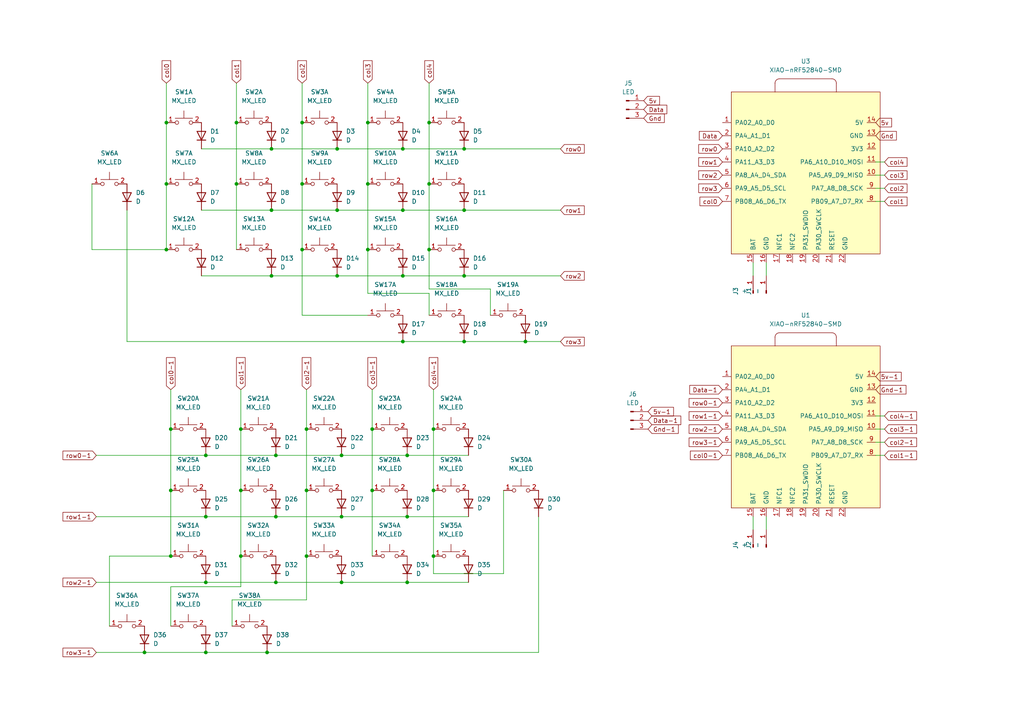
<source format=kicad_sch>
(kicad_sch (version 20250114) (generator "eeschema") (generator_version "9.0")
  (paper "A4")
  (lib_symbols
    (symbol "Connector:Conn_01x01_Pin" (pin_names (offset 1.016) (hide yes))
      (property "Reference" "J" (at 0 2.54 0))
      (property "Value" "Conn_01x01_Pin" (at 0 -2.54 0))
      (symbol "Conn_01x01_Pin_1_1"
        (rectangle (start 0.8636 0.127) (end 0 -0.127) (stroke (width 0.1524)) (fill (type outline)))
        (polyline (pts (xy 1.27 0) (xy 0.8636 0)) (stroke (width 0.1524)))
        (pin passive line (at 5.08 0 180) (length 3.81) (name "Pin_1") (number "1"))
      )
    )
    (symbol "Connector:Conn_01x03_Pin" (pin_names (offset 1.016) (hide yes))
      (property "Reference" "J" (at 0 5.08 0))
      (property "Value" "Conn_01x03_Pin" (at 0 -5.08 0))
      (symbol "Conn_01x03_Pin_1_1"
        (rectangle (start 0.8636 2.667) (end 0 2.413) (stroke (width 0.1524)) (fill (type outline)))
        (rectangle (start 0.8636 0.127) (end 0 -0.127) (stroke (width 0.1524)) (fill (type outline)))
        (rectangle (start 0.8636 -2.413) (end 0 -2.667) (stroke (width 0.1524)) (fill (type outline)))
        (polyline (pts (xy 1.27 2.54) (xy 0.8636 2.54)) (stroke (width 0.1524)))
        (polyline (pts (xy 1.27 0) (xy 0.8636 0)) (stroke (width 0.1524)))
        (polyline (pts (xy 1.27 -2.54) (xy 0.8636 -2.54)) (stroke (width 0.1524)))
        (pin passive line (at 5.08 2.54 180) (length 3.81) (name "Pin_1") (number "1"))
        (pin passive line (at 5.08 0 180) (length 3.81) (name "Pin_2") (number "2"))
        (pin passive line (at 5.08 -2.54 180) (length 3.81) (name "Pin_3") (number "3"))
      )
    )
    (symbol "Device:D" (pin_numbers (hide yes)) (pin_names (offset 1.016) (hide yes))
      (property "Reference" "D" (at 0 2.54 0))
      (property "Value" "D" (at 0 -2.54 0))
      (symbol "D_0_1"
        (polyline (pts (xy -1.27 1.27) (xy -1.27 -1.27)) (stroke (width 0.254)))
        (polyline (pts (xy 1.27 1.27) (xy 1.27 -1.27) (xy -1.27 0) (xy 1.27 1.27)) (stroke (width 0.254)))
        (polyline (pts (xy 1.27 0) (xy -1.27 0)))
      )
      (symbol "D_1_1"
        (pin passive line (at -3.81 0 0) (length 2.54) (name "K") (number "1"))
        (pin passive line (at 3.81 0 180) (length 2.54) (name "A") (number "2"))
      )
    )
    (symbol "MCU_SEEED_XIAO_Series:XIAO-nRF52840-SMD" (pin_names (offset 1.016))
      (property "Reference" "U" (at -22.098 21.336 0))
      (property "Value" "XIAO-nRF52840-SMD" (at -11.176 -35.052 0))
      (symbol "XIAO-nRF52840-SMD_1_1"
        (rectangle (start -21.59 20.32) (end 21.59 -26.67) (fill (type background)))
        (polyline (pts (xy -8.89 22.86) (xy -8.89 20.32)))
        (polyline (pts (xy -7.62 24.13) (xy 7.62 24.13)))
        (arc (start -8.89 22.86) (mid -8.518 23.758) (end -7.62 24.13))
        (arc (start 7.62 24.13) (mid 7.62 24.13) (end 7.62 24.13))
        (arc (start 7.62 24.13) (mid 8.518 23.758) (end 8.89 22.86))
        (polyline (pts (xy 8.89 22.86) (xy 8.89 20.32)))
        (arc (start 8.89 22.86) (mid 8.89 22.86) (end 8.89 22.86))
        (pin passive line (at -24.13 11.43 0) (length 2.54) (name "PA02_A0_D0") (number "1"))
        (pin passive line (at -24.13 7.62 0) (length 2.54) (name "PA4_A1_D1") (number "2"))
        (pin passive line (at -24.13 3.81 0) (length 2.54) (name "PA10_A2_D2") (number "3"))
        (pin passive line (at -24.13 0 0) (length 2.54) (name "PA11_A3_D3") (number "4"))
        (pin passive line (at -24.13 -3.81 0) (length 2.54) (name "PA8_A4_D4_SDA") (number "5"))
        (pin passive line (at -24.13 -7.62 0) (length 2.54) (name "PA9_A5_D5_SCL") (number "6"))
        (pin passive line (at -24.13 -11.43 0) (length 2.54) (name "PB08_A6_D6_TX") (number "7"))
        (pin passive line (at -15.24 -29.21 90) (length 2.54) (name "BAT") (number "15"))
        (pin passive line (at -11.43 -29.21 90) (length 2.54) (name "GND") (number "16"))
        (pin passive line (at -7.62 -29.21 90) (length 2.54) (name "NFC1") (number "17"))
        (pin passive line (at -3.81 -29.21 90) (length 2.54) (name "NFC2") (number "18"))
        (pin passive line (at 0 -29.21 90) (length 2.54) (name "PA31_SWDIO") (number "19"))
        (pin passive line (at 3.81 -29.21 90) (length 2.54) (name "PA30_SWCLK") (number "20"))
        (pin passive line (at 7.62 -29.21 90) (length 2.54) (name "RESET") (number "21"))
        (pin passive line (at 11.43 -29.21 90) (length 2.54) (name "GND") (number "22"))
        (pin passive line (at 20.32 11.43 180) (length 2.54) (name "5V") (number "14"))
        (pin passive line (at 20.32 7.62 180) (length 2.54) (name "GND") (number "13"))
        (pin passive line (at 20.32 3.81 180) (length 2.54) (name "3V3") (number "12"))
        (pin passive line (at 20.32 0 180) (length 2.54) (name "PA6_A10_D10_MOSI") (number "11"))
        (pin passive line (at 20.32 -3.81 180) (length 2.54) (name "PA5_A9_D9_MISO") (number "10"))
        (pin passive line (at 20.32 -7.62 180) (length 2.54) (name "PA7_A8_D8_SCK") (number "9"))
        (pin passive line (at 20.32 -11.43 180) (length 2.54) (name "PB09_A7_D7_RX") (number "8"))
      )
    )
    (symbol "keebio:MX_LED" (pin_names (offset 1.016) (hide yes))
      (property "Reference" "SW" (at 1.651 2.413 0))
      (property "Value" "MX_LED" (at 0 -3.81 0))
      (symbol "MX_LED_1_1"
        (polyline (pts (xy -2.54 1.27) (xy 2.54 1.27)))
        (circle (center -2.032 0) (radius 0.508))
        (polyline (pts (xy 0 1.27) (xy 0 3.429)))
        (circle (center 2.032 0) (radius 0.508))
        (pin passive line (at -5.08 0 0) (length 2.54) (name "1") (number "1"))
        (pin passive line (at 5.08 0 180) (length 2.54) (name "2") (number "2"))
      )
      (symbol "MX_LED_2_1"
        (polyline (pts (xy -1.27 -1.27) (xy -1.27 1.27) (xy 1.27 0) (xy -1.27 -1.27)) (stroke (width 0.2032)))
        (polyline (pts (xy 1.27 0) (xy -1.27 0)))
        (polyline (pts (xy 1.27 -1.27) (xy 1.27 1.27)) (stroke (width 0.2032)))
        (polyline (pts (xy 1.778 -0.762) (xy 3.302 -2.286) (xy 2.54 -2.286) (xy 3.302 -2.286) (xy 3.302 -1.524)))
        (polyline (pts (xy 3.048 -0.762) (xy 4.572 -2.286) (xy 3.81 -2.286) (xy 4.572 -2.286) (xy 4.572 -1.524)))
        (pin passive line (at -3.81 0 0) (length 2.54) (name "3") (number "3"))
        (pin passive line (at 3.81 0 180) (length 2.54) (name "4") (number "4"))
      )
    )
  )
  (junction (at 78.74 80.01))
  (junction (at 116.84 99.06))
  (junction (at 69.85 161.29))
  (junction (at 49.53 142.24))
  (junction (at 78.74 60.96))
  (junction (at 41.91 189.23))
  (junction (at 77.47 189.23))
  (junction (at 49.53 161.29))
  (junction (at 87.63 53.34))
  (junction (at 107.95 124.46))
  (junction (at 134.62 60.96))
  (junction (at 99.06 149.86))
  (junction (at 87.63 72.39))
  (junction (at 107.95 142.24))
  (junction (at 48.26 35.56))
  (junction (at 48.26 72.39))
  (junction (at 80.01 132.08))
  (junction (at 106.68 53.34))
  (junction (at 134.62 80.01))
  (junction (at 80.01 149.86))
  (junction (at 88.9 161.29))
  (junction (at 116.84 60.96))
  (junction (at 134.62 99.06))
  (junction (at 125.73 142.24))
  (junction (at 99.06 132.08))
  (junction (at 59.69 132.08))
  (junction (at 118.11 168.91))
  (junction (at 59.69 168.91))
  (junction (at 134.62 43.18))
  (junction (at 124.46 35.56))
  (junction (at 80.01 168.91))
  (junction (at 68.58 53.34))
  (junction (at 118.11 132.08))
  (junction (at 106.68 35.56))
  (junction (at 69.85 124.46))
  (junction (at 97.79 60.96))
  (junction (at 152.4 99.06))
  (junction (at 124.46 53.34))
  (junction (at 48.26 53.34))
  (junction (at 118.11 149.86))
  (junction (at 49.53 124.46))
  (junction (at 78.74 43.18))
  (junction (at 99.06 168.91))
  (junction (at 68.58 35.56))
  (junction (at 69.85 142.24))
  (junction (at 116.84 43.18))
  (junction (at 97.79 80.01))
  (junction (at 88.9 124.46))
  (junction (at 106.68 72.39))
  (junction (at 97.79 43.18))
  (junction (at 125.73 124.46))
  (junction (at 116.84 80.01))
  (junction (at 124.46 72.39))
  (junction (at 87.63 35.56))
  (junction (at 88.9 142.24))
  (junction (at 125.73 161.29))
  (junction (at 59.69 189.23))
  (junction (at 59.69 149.86))
  (wire (pts (xy 69.85 124.46) (xy 69.85 142.24)))
  (wire (pts (xy 78.74 80.01) (xy 97.79 80.01)))
  (wire (pts (xy 125.73 124.46) (xy 125.73 142.24)))
  (wire (pts (xy 67.31 173.99) (xy 88.9 173.99)))
  (wire (pts (xy 49.53 124.46) (xy 49.53 142.24)))
  (wire (pts (xy 97.79 80.01) (xy 116.84 80.01)))
  (wire (pts (xy 124.46 24.13) (xy 124.46 35.56)))
  (wire (pts (xy 58.42 60.96) (xy 78.74 60.96)))
  (wire (pts (xy 222.25 76.2) (xy 222.25 80.01)))
  (wire (pts (xy 124.46 53.34) (xy 124.46 72.39)))
  (wire (pts (xy 106.68 53.34) (xy 106.68 72.39)))
  (wire (pts (xy 106.68 35.56) (xy 106.68 53.34)))
  (wire (pts (xy 27.94 149.86) (xy 59.69 149.86)))
  (wire (pts (xy 106.68 24.13) (xy 106.68 35.56)))
  (wire (pts (xy 69.85 170.18) (xy 69.85 161.29)))
  (wire (pts (xy 68.58 35.56) (xy 68.58 53.34)))
  (wire (pts (xy 99.06 149.86) (xy 118.11 149.86)))
  (wire (pts (xy 107.95 142.24) (xy 107.95 161.29)))
  (wire (pts (xy 254 124.46) (xy 256.54 124.46)))
  (wire (pts (xy 80.01 168.91) (xy 99.06 168.91)))
  (wire (pts (xy 87.63 72.39) (xy 87.63 91.44)))
  (wire (pts (xy 27.94 189.23) (xy 41.91 189.23)))
  (wire (pts (xy 27.94 132.08) (xy 59.69 132.08)))
  (wire (pts (xy 49.53 170.18) (xy 69.85 170.18)))
  (wire (pts (xy 254 46.99) (xy 256.54 46.99)))
  (wire (pts (xy 124.46 85.09) (xy 124.46 91.44)))
  (wire (pts (xy 80.01 149.86) (xy 99.06 149.86)))
  (wire (pts (xy 116.84 60.96) (xy 134.62 60.96)))
  (wire (pts (xy 134.62 43.18) (xy 162.56 43.18)))
  (wire (pts (xy 134.62 99.06) (xy 152.4 99.06)))
  (wire (pts (xy 152.4 99.06) (xy 162.56 99.06)))
  (wire (pts (xy 222.25 149.86) (xy 222.25 153.67)))
  (wire (pts (xy 59.69 168.91) (xy 80.01 168.91)))
  (wire (pts (xy 49.53 142.24) (xy 49.53 161.29)))
  (wire (pts (xy 87.63 53.34) (xy 87.63 72.39)))
  (wire (pts (xy 254 132.08) (xy 256.54 132.08)))
  (wire (pts (xy 107.95 113.03) (xy 107.95 124.46)))
  (wire (pts (xy 26.67 72.39) (xy 48.26 72.39)))
  (wire (pts (xy 134.62 60.96) (xy 162.56 60.96)))
  (wire (pts (xy 69.85 142.24) (xy 69.85 161.29)))
  (wire (pts (xy 116.84 99.06) (xy 134.62 99.06)))
  (wire (pts (xy 78.74 60.96) (xy 97.79 60.96)))
  (wire (pts (xy 58.42 43.18) (xy 78.74 43.18)))
  (wire (pts (xy 78.74 43.18) (xy 97.79 43.18)))
  (wire (pts (xy 49.53 113.03) (xy 49.53 124.46)))
  (wire (pts (xy 124.46 83.82) (xy 142.24 83.82)))
  (wire (pts (xy 218.44 76.2) (xy 218.44 80.01)))
  (wire (pts (xy 36.83 60.96) (xy 36.83 99.06)))
  (wire (pts (xy 31.75 161.29) (xy 31.75 181.61)))
  (wire (pts (xy 118.11 132.08) (xy 135.89 132.08)))
  (wire (pts (xy 48.26 53.34) (xy 48.26 72.39)))
  (wire (pts (xy 41.91 189.23) (xy 59.69 189.23)))
  (wire (pts (xy 118.11 149.86) (xy 135.89 149.86)))
  (wire (pts (xy 125.73 161.29) (xy 125.73 166.37)))
  (wire (pts (xy 87.63 24.13) (xy 87.63 35.56)))
  (wire (pts (xy 58.42 80.01) (xy 78.74 80.01)))
  (wire (pts (xy 106.68 85.09) (xy 124.46 85.09)))
  (wire (pts (xy 48.26 35.56) (xy 48.26 53.34)))
  (wire (pts (xy 99.06 168.91) (xy 118.11 168.91)))
  (wire (pts (xy 118.11 168.91) (xy 135.89 168.91)))
  (wire (pts (xy 87.63 35.56) (xy 87.63 53.34)))
  (wire (pts (xy 125.73 113.03) (xy 125.73 124.46)))
  (wire (pts (xy 254 54.61) (xy 256.54 54.61)))
  (wire (pts (xy 142.24 83.82) (xy 142.24 91.44)))
  (wire (pts (xy 107.95 124.46) (xy 107.95 142.24)))
  (wire (pts (xy 80.01 132.08) (xy 99.06 132.08)))
  (wire (pts (xy 49.53 161.29) (xy 31.75 161.29)))
  (wire (pts (xy 99.06 132.08) (xy 118.11 132.08)))
  (wire (pts (xy 59.69 189.23) (xy 77.47 189.23)))
  (wire (pts (xy 156.21 189.23) (xy 77.47 189.23)))
  (wire (pts (xy 218.44 149.86) (xy 218.44 153.67)))
  (wire (pts (xy 106.68 72.39) (xy 106.68 85.09)))
  (wire (pts (xy 125.73 166.37) (xy 146.05 166.37)))
  (wire (pts (xy 69.85 113.03) (xy 69.85 124.46)))
  (wire (pts (xy 88.9 173.99) (xy 88.9 161.29)))
  (wire (pts (xy 67.31 181.61) (xy 67.31 173.99)))
  (wire (pts (xy 254 58.42) (xy 256.54 58.42)))
  (wire (pts (xy 134.62 80.01) (xy 162.56 80.01)))
  (wire (pts (xy 254 120.65) (xy 256.54 120.65)))
  (wire (pts (xy 124.46 35.56) (xy 124.46 53.34)))
  (wire (pts (xy 88.9 142.24) (xy 88.9 161.29)))
  (wire (pts (xy 124.46 72.39) (xy 124.46 83.82)))
  (wire (pts (xy 59.69 149.86) (xy 80.01 149.86)))
  (wire (pts (xy 49.53 181.61) (xy 49.53 170.18)))
  (wire (pts (xy 156.21 149.86) (xy 156.21 189.23)))
  (wire (pts (xy 125.73 142.24) (xy 125.73 161.29)))
  (wire (pts (xy 26.67 53.34) (xy 26.67 72.39)))
  (wire (pts (xy 88.9 113.03) (xy 88.9 124.46)))
  (wire (pts (xy 116.84 80.01) (xy 134.62 80.01)))
  (wire (pts (xy 97.79 60.96) (xy 116.84 60.96)))
  (wire (pts (xy 254 50.8) (xy 256.54 50.8)))
  (wire (pts (xy 254 128.27) (xy 256.54 128.27)))
  (wire (pts (xy 68.58 53.34) (xy 68.58 72.39)))
  (wire (pts (xy 87.63 91.44) (xy 106.68 91.44)))
  (wire (pts (xy 36.83 99.06) (xy 116.84 99.06)))
  (wire (pts (xy 48.26 24.13) (xy 48.26 35.56)))
  (wire (pts (xy 59.69 132.08) (xy 80.01 132.08)))
  (wire (pts (xy 88.9 124.46) (xy 88.9 142.24)))
  (wire (pts (xy 146.05 166.37) (xy 146.05 142.24)))
  (wire (pts (xy 27.94 168.91) (xy 59.69 168.91)))
  (wire (pts (xy 97.79 43.18) (xy 116.84 43.18)))
  (wire (pts (xy 68.58 24.13) (xy 68.58 35.56)))
  (wire (pts (xy 116.84 43.18) (xy 134.62 43.18)))
  (global_label "row3" (shape input) (at 162.56 99.06 0) (property "Intersheetrefs" "${INTERSHEET_REFS}" (effects (hide yes))))
  (global_label "col1-1" (shape input) (at 69.85 113.03 90) (property "Intersheetrefs" "${INTERSHEET_REFS}" (effects (hide yes))))
  (global_label "col1-1" (shape input) (at 256.54 132.08 0) (property "Intersheetrefs" "${INTERSHEET_REFS}" (effects (hide yes))))
  (global_label "col2-1" (shape input) (at 256.54 128.27 0) (property "Intersheetrefs" "${INTERSHEET_REFS}" (effects (hide yes))))
  (global_label "row3" (shape input) (at 209.55 54.61 180) (property "Intersheetrefs" "${INTERSHEET_REFS}" (effects (hide yes))))
  (global_label "col4-1" (shape input) (at 125.73 113.03 90) (property "Intersheetrefs" "${INTERSHEET_REFS}" (effects (hide yes))))
  (global_label "col4" (shape input) (at 124.46 24.13 90) (property "Intersheetrefs" "${INTERSHEET_REFS}" (effects (hide yes))))
  (global_label "row0-1" (shape input) (at 209.55 116.84 180) (property "Intersheetrefs" "${INTERSHEET_REFS}" (effects (hide yes))))
  (global_label "col0" (shape input) (at 209.55 58.42 180) (property "Intersheetrefs" "${INTERSHEET_REFS}" (effects (hide yes))))
  (global_label "Data" (shape input) (at 209.55 39.37 180) (property "Intersheetrefs" "${INTERSHEET_REFS}" (effects (hide yes))))
  (global_label "row3-1" (shape input) (at 27.94 189.23 180) (property "Intersheetrefs" "${INTERSHEET_REFS}" (effects (hide yes))))
  (global_label "col3" (shape input) (at 256.54 50.8 0) (property "Intersheetrefs" "${INTERSHEET_REFS}" (effects (hide yes))))
  (global_label "col3" (shape input) (at 106.68 24.13 90) (property "Intersheetrefs" "${INTERSHEET_REFS}" (effects (hide yes))))
  (global_label "5v" (shape input) (at 186.69 29.21 0) (property "Intersheetrefs" "${INTERSHEET_REFS}" (effects (hide yes))))
  (global_label "Data-1" (shape input) (at 209.55 113.03 180) (property "Intersheetrefs" "${INTERSHEET_REFS}" (effects (hide yes))))
  (global_label "col1" (shape input) (at 256.54 58.42 0) (property "Intersheetrefs" "${INTERSHEET_REFS}" (effects (hide yes))))
  (global_label "col0-1" (shape input) (at 49.53 113.03 90) (property "Intersheetrefs" "${INTERSHEET_REFS}" (effects (hide yes))))
  (global_label "row0" (shape input) (at 209.55 43.18 180) (property "Intersheetrefs" "${INTERSHEET_REFS}" (effects (hide yes))))
  (global_label "col2-1" (shape input) (at 88.9 113.03 90) (property "Intersheetrefs" "${INTERSHEET_REFS}" (effects (hide yes))))
  (global_label "col3-1" (shape input) (at 256.54 124.46 0) (property "Intersheetrefs" "${INTERSHEET_REFS}" (effects (hide yes))))
  (global_label "col1" (shape input) (at 68.58 24.13 90) (property "Intersheetrefs" "${INTERSHEET_REFS}" (effects (hide yes))))
  (global_label "col4" (shape input) (at 256.54 46.99 0) (property "Intersheetrefs" "${INTERSHEET_REFS}" (effects (hide yes))))
  (global_label "row0" (shape input) (at 162.56 43.18 0) (property "Intersheetrefs" "${INTERSHEET_REFS}" (effects (hide yes))))
  (global_label "row3-1" (shape input) (at 209.55 128.27 180) (property "Intersheetrefs" "${INTERSHEET_REFS}" (effects (hide yes))))
  (global_label "row1-1" (shape input) (at 27.94 149.86 180) (property "Intersheetrefs" "${INTERSHEET_REFS}" (effects (hide yes))))
  (global_label "row1" (shape input) (at 209.55 46.99 180) (property "Intersheetrefs" "${INTERSHEET_REFS}" (effects (hide yes))))
  (global_label "row2" (shape input) (at 162.56 80.01 0) (property "Intersheetrefs" "${INTERSHEET_REFS}" (effects (hide yes))))
  (global_label "5v-1" (shape input) (at 187.96 119.38 0) (property "Intersheetrefs" "${INTERSHEET_REFS}" (effects (hide yes))))
  (global_label "Gnd-1" (shape input) (at 254 113.03 0) (property "Intersheetrefs" "${INTERSHEET_REFS}" (effects (hide yes))))
  (global_label "Gnd-1" (shape input) (at 187.96 124.46 0) (property "Intersheetrefs" "${INTERSHEET_REFS}" (effects (hide yes))))
  (global_label "Gnd" (shape input) (at 186.69 34.29 0) (property "Intersheetrefs" "${INTERSHEET_REFS}" (effects (hide yes))))
  (global_label "row2-1" (shape input) (at 27.94 168.91 180) (property "Intersheetrefs" "${INTERSHEET_REFS}" (effects (hide yes))))
  (global_label "row0-1" (shape input) (at 27.94 132.08 180) (property "Intersheetrefs" "${INTERSHEET_REFS}" (effects (hide yes))))
  (global_label "row2-1" (shape input) (at 209.55 124.46 180) (property "Intersheetrefs" "${INTERSHEET_REFS}" (effects (hide yes))))
  (global_label "Gnd" (shape input) (at 254 39.37 0) (property "Intersheetrefs" "${INTERSHEET_REFS}" (effects (hide yes))))
  (global_label "5v-1" (shape input) (at 254 109.22 0) (property "Intersheetrefs" "${INTERSHEET_REFS}" (effects (hide yes))))
  (global_label "col0-1" (shape input) (at 209.55 132.08 180) (property "Intersheetrefs" "${INTERSHEET_REFS}" (effects (hide yes))))
  (global_label "col4-1" (shape input) (at 256.54 120.65 0) (property "Intersheetrefs" "${INTERSHEET_REFS}" (effects (hide yes))))
  (global_label "row2" (shape input) (at 209.55 50.8 180) (property "Intersheetrefs" "${INTERSHEET_REFS}" (effects (hide yes))))
  (global_label "5v" (shape input) (at 254 35.56 0) (property "Intersheetrefs" "${INTERSHEET_REFS}" (effects (hide yes))))
  (global_label "row1-1" (shape input) (at 209.55 120.65 180) (property "Intersheetrefs" "${INTERSHEET_REFS}" (effects (hide yes))))
  (global_label "col0" (shape input) (at 48.26 24.13 90) (property "Intersheetrefs" "${INTERSHEET_REFS}" (effects (hide yes))))
  (global_label "Data" (shape input) (at 186.69 31.75 0) (property "Intersheetrefs" "${INTERSHEET_REFS}" (effects (hide yes))))
  (global_label "col3-1" (shape input) (at 107.95 113.03 90) (property "Intersheetrefs" "${INTERSHEET_REFS}" (effects (hide yes))))
  (global_label "Data-1" (shape input) (at 187.96 121.92 0) (property "Intersheetrefs" "${INTERSHEET_REFS}" (effects (hide yes))))
  (global_label "col2" (shape input) (at 87.63 24.13 90) (property "Intersheetrefs" "${INTERSHEET_REFS}" (effects (hide yes))))
  (global_label "row1" (shape input) (at 162.56 60.96 0) (property "Intersheetrefs" "${INTERSHEET_REFS}" (effects (hide yes))))
  (global_label "col2" (shape input) (at 256.54 54.61 0) (property "Intersheetrefs" "${INTERSHEET_REFS}" (effects (hide yes))))
  (symbol (lib_id "keebio:MX_LED") (at 53.34 53.34 0) (unit 1)
    (property "Reference" "SW7" (at 53.34 44.45 0))
    (property "Value" "MX_LED" (at 53.34 46.99 0))
    (property "Footprint" "Keebio-Parts.pretty-master:Kailh-PG1350-1u-NoLED" (effects (hide yes)))
  )
  (symbol (lib_id "Device:D") (at 77.47 185.42 90) (unit 1)
    (property "Reference" "D38" (at 80.01 184.1499 90) (effects (justify right)))
    (property "Value" "D" (at 80.01 186.6899 90) (effects (justify right)))
    (property "Footprint" "Keebio-Parts.pretty-master:D_SOD123F-Hole" (effects (hide yes)))
    (property "Description" "Diode" (effects (hide yes)))
    (property "Sim.Device" "D" (effects (hide yes)))
    (property "Sim.Pins" "1=K 2=A" (effects (hide yes)))
  )
  (symbol (lib_id "keebio:MX_LED") (at 93.98 161.29 0) (unit 1)
    (property "Reference" "SW33" (at 93.98 152.4 0))
    (property "Value" "MX_LED" (at 93.98 154.94 0))
    (property "Footprint" "Keebio-Parts.pretty-master:Kailh-PG1350-1u-NoLED" (effects (hide yes)))
  )
  (symbol (lib_id "Device:D") (at 152.4 95.25 90) (unit 1)
    (property "Reference" "D19" (at 154.94 93.9799 90) (effects (justify right)))
    (property "Value" "D" (at 154.94 96.5199 90) (effects (justify right)))
    (property "Footprint" "Keebio-Parts.pretty-master:D_SOD123F-Hole" (effects (hide yes)))
    (property "Description" "Diode" (effects (hide yes)))
    (property "Sim.Device" "D" (effects (hide yes)))
    (property "Sim.Pins" "1=K 2=A" (effects (hide yes)))
  )
  (symbol (lib_id "keebio:MX_LED") (at 53.34 35.56 0) (unit 1)
    (property "Reference" "SW1" (at 53.34 26.67 0))
    (property "Value" "MX_LED" (at 53.34 29.21 0))
    (property "Footprint" "Keebio-Parts.pretty-master:Kailh-PG1350-1u-NoLED" (effects (hide yes)))
  )
  (symbol (lib_id "Device:D") (at 97.79 39.37 90) (unit 1)
    (property "Reference" "D3" (at 100.33 38.0999 90) (effects (justify right)))
    (property "Value" "D" (at 100.33 40.6399 90) (effects (justify right)))
    (property "Footprint" "Keebio-Parts.pretty-master:D_SOD123F-Hole" (effects (hide yes)))
    (property "Description" "Diode" (effects (hide yes)))
    (property "Sim.Device" "D" (effects (hide yes)))
    (property "Sim.Pins" "1=K 2=A" (effects (hide yes)))
  )
  (symbol (lib_id "Device:D") (at 116.84 57.15 90) (unit 1)
    (property "Reference" "D10" (at 119.38 55.8799 90) (effects (justify right)))
    (property "Value" "D" (at 119.38 58.4199 90) (effects (justify right)))
    (property "Footprint" "Keebio-Parts.pretty-master:D_SOD123F-Hole" (effects (hide yes)))
    (property "Description" "Diode" (effects (hide yes)))
    (property "Sim.Device" "D" (effects (hide yes)))
    (property "Sim.Pins" "1=K 2=A" (effects (hide yes)))
  )
  (symbol (lib_id "Device:D") (at 58.42 76.2 90) (unit 1)
    (property "Reference" "D12" (at 60.96 74.9299 90) (effects (justify right)))
    (property "Value" "D" (at 60.96 77.4699 90) (effects (justify right)))
    (property "Footprint" "Keebio-Parts.pretty-master:D_SOD123F-Hole" (effects (hide yes)))
    (property "Description" "Diode" (effects (hide yes)))
    (property "Sim.Device" "D" (effects (hide yes)))
    (property "Sim.Pins" "1=K 2=A" (effects (hide yes)))
  )
  (symbol (lib_id "keebio:MX_LED") (at 74.93 161.29 0) (unit 1)
    (property "Reference" "SW32" (at 74.93 152.4 0))
    (property "Value" "MX_LED" (at 74.93 154.94 0))
    (property "Footprint" "Keebio-Parts.pretty-master:Kailh-PG1350-1u-NoLED" (effects (hide yes)))
  )
  (symbol (lib_id "keebio:MX_LED") (at 113.03 161.29 0) (unit 1)
    (property "Reference" "SW34" (at 113.03 152.4 0))
    (property "Value" "MX_LED" (at 113.03 154.94 0))
    (property "Footprint" "Keebio-Parts.pretty-master:Kailh-PG1350-1u-NoLED" (effects (hide yes)))
  )
  (symbol (lib_id "keebio:MX_LED") (at 151.13 142.24 0) (unit 1)
    (property "Reference" "SW30" (at 151.13 133.35 0))
    (property "Value" "MX_LED" (at 151.13 135.89 0))
    (property "Footprint" "Keebio-Parts.pretty-master:Kailh-PG1350-1u-NoLED" (effects (hide yes)))
  )
  (symbol (lib_id "Device:D") (at 118.11 128.27 90) (unit 1)
    (property "Reference" "D23" (at 120.65 126.9999 90) (effects (justify right)))
    (property "Value" "D" (at 120.65 129.5399 90) (effects (justify right)))
    (property "Footprint" "Keebio-Parts.pretty-master:D_SOD123F-Hole" (effects (hide yes)))
    (property "Description" "Diode" (effects (hide yes)))
    (property "Sim.Device" "D" (effects (hide yes)))
    (property "Sim.Pins" "1=K 2=A" (effects (hide yes)))
  )
  (symbol (lib_id "keebio:MX_LED") (at 130.81 124.46 0) (unit 1)
    (property "Reference" "SW24" (at 130.81 115.57 0))
    (property "Value" "MX_LED" (at 130.81 118.11 0))
    (property "Footprint" "Keebio-Parts.pretty-master:Kailh-PG1350-1u-NoLED" (effects (hide yes)))
  )
  (symbol (lib_id "keebio:MX_LED") (at 73.66 72.39 0) (unit 1)
    (property "Reference" "SW13" (at 73.66 63.5 0))
    (property "Value" "MX_LED" (at 73.66 66.04 0))
    (property "Footprint" "Keebio-Parts.pretty-master:Kailh-PG1350-1u-NoLED" (effects (hide yes)))
  )
  (symbol (lib_id "Device:D") (at 116.84 39.37 90) (unit 1)
    (property "Reference" "D4" (at 119.38 38.0999 90) (effects (justify right)))
    (property "Value" "D" (at 119.38 40.6399 90) (effects (justify right)))
    (property "Footprint" "Keebio-Parts.pretty-master:D_SOD123F-Hole" (effects (hide yes)))
    (property "Description" "Diode" (effects (hide yes)))
    (property "Sim.Device" "D" (effects (hide yes)))
    (property "Sim.Pins" "1=K 2=A" (effects (hide yes)))
  )
  (symbol (lib_id "keebio:MX_LED") (at 36.83 181.61 0) (unit 1)
    (property "Reference" "SW36" (at 36.83 172.72 0))
    (property "Value" "MX_LED" (at 36.83 175.26 0))
    (property "Footprint" "Keebio-Parts.pretty-master:Kailh-PG1350-1u-NoLED" (effects (hide yes)))
  )
  (symbol (lib_id "keebio:MX_LED") (at 147.32 91.44 0) (unit 1)
    (property "Reference" "SW19" (at 147.32 82.55 0))
    (property "Value" "MX_LED" (at 147.32 85.09 0))
    (property "Footprint" "Keebio-Parts.pretty-master:Kailh-PG1350-1u-NoLED" (effects (hide yes)))
  )
  (symbol (lib_id "keebio:MX_LED") (at 93.98 142.24 0) (unit 1)
    (property "Reference" "SW27" (at 93.98 133.35 0))
    (property "Value" "MX_LED" (at 93.98 135.89 0))
    (property "Footprint" "Keebio-Parts.pretty-master:Kailh-PG1350-1u-NoLED" (effects (hide yes)))
  )
  (symbol (lib_id "keebio:MX_LED") (at 129.54 35.56 0) (unit 1)
    (property "Reference" "SW5" (at 129.54 26.67 0))
    (property "Value" "MX_LED" (at 129.54 29.21 0))
    (property "Footprint" "Keebio-Parts.pretty-master:Kailh-PG1350-1u-NoLED" (effects (hide yes)))
  )
  (symbol (lib_id "Device:D") (at 58.42 39.37 90) (unit 1)
    (property "Reference" "D1" (at 60.96 38.0999 90) (effects (justify right)))
    (property "Value" "D" (at 60.96 40.6399 90) (effects (justify right)))
    (property "Footprint" "Keebio-Parts.pretty-master:D_SOD123F-Hole" (effects (hide yes)))
    (property "Description" "Diode" (effects (hide yes)))
    (property "Sim.Device" "D" (effects (hide yes)))
    (property "Sim.Pins" "1=K 2=A" (effects (hide yes)))
  )
  (symbol (lib_id "Device:D") (at 134.62 76.2 90) (unit 1)
    (property "Reference" "D16" (at 137.16 74.9299 90) (effects (justify right)))
    (property "Value" "D" (at 137.16 77.4699 90) (effects (justify right)))
    (property "Footprint" "Keebio-Parts.pretty-master:D_SOD123F-Hole" (effects (hide yes)))
    (property "Description" "Diode" (effects (hide yes)))
    (property "Sim.Device" "D" (effects (hide yes)))
    (property "Sim.Pins" "1=K 2=A" (effects (hide yes)))
  )
  (symbol (lib_id "Device:D") (at 41.91 185.42 90) (unit 1)
    (property "Reference" "D36" (at 44.45 184.1499 90) (effects (justify right)))
    (property "Value" "D" (at 44.45 186.6899 90) (effects (justify right)))
    (property "Footprint" "Keebio-Parts.pretty-master:D_SOD123F-Hole" (effects (hide yes)))
    (property "Description" "Diode" (effects (hide yes)))
    (property "Sim.Device" "D" (effects (hide yes)))
    (property "Sim.Pins" "1=K 2=A" (effects (hide yes)))
  )
  (symbol (lib_id "keebio:MX_LED") (at 111.76 35.56 0) (unit 1)
    (property "Reference" "SW4" (at 111.76 26.67 0))
    (property "Value" "MX_LED" (at 111.76 29.21 0))
    (property "Footprint" "Keebio-Parts.pretty-master:Kailh-PG1350-1u-NoLED" (effects (hide yes)))
  )
  (symbol (lib_id "Device:D") (at 99.06 165.1 90) (unit 1)
    (property "Reference" "D33" (at 101.6 163.8299 90) (effects (justify right)))
    (property "Value" "D" (at 101.6 166.3699 90) (effects (justify right)))
    (property "Footprint" "Keebio-Parts.pretty-master:D_SOD123F-Hole" (effects (hide yes)))
    (property "Description" "Diode" (effects (hide yes)))
    (property "Sim.Device" "D" (effects (hide yes)))
    (property "Sim.Pins" "1=K 2=A" (effects (hide yes)))
  )
  (symbol (lib_id "keebio:MX_LED") (at 111.76 53.34 0) (unit 1)
    (property "Reference" "SW10" (at 111.76 44.45 0))
    (property "Value" "MX_LED" (at 111.76 46.99 0))
    (property "Footprint" "Keebio-Parts.pretty-master:Kailh-PG1350-1u-NoLED" (effects (hide yes)))
  )
  (symbol (lib_id "Device:D") (at 59.69 185.42 90) (unit 1)
    (property "Reference" "D37" (at 62.23 184.1499 90) (effects (justify right)))
    (property "Value" "D" (at 62.23 186.6899 90) (effects (justify right)))
    (property "Footprint" "Keebio-Parts.pretty-master:D_SOD123F-Hole" (effects (hide yes)))
    (property "Description" "Diode" (effects (hide yes)))
    (property "Sim.Device" "D" (effects (hide yes)))
    (property "Sim.Pins" "1=K 2=A" (effects (hide yes)))
  )
  (symbol (lib_id "Device:D") (at 58.42 57.15 90) (unit 1)
    (property "Reference" "D7" (at 60.96 55.8799 90) (effects (justify right)))
    (property "Value" "D" (at 60.96 58.4199 90) (effects (justify right)))
    (property "Footprint" "Keebio-Parts.pretty-master:D_SOD123F-Hole" (effects (hide yes)))
    (property "Description" "Diode" (effects (hide yes)))
    (property "Sim.Device" "D" (effects (hide yes)))
    (property "Sim.Pins" "1=K 2=A" (effects (hide yes)))
  )
  (symbol (lib_id "keebio:MX_LED") (at 113.03 142.24 0) (unit 1)
    (property "Reference" "SW28" (at 113.03 133.35 0))
    (property "Value" "MX_LED" (at 113.03 135.89 0))
    (property "Footprint" "Keebio-Parts.pretty-master:Kailh-PG1350-1u-NoLED" (effects (hide yes)))
  )
  (symbol (lib_id "MCU_SEEED_XIAO_Series:XIAO-nRF52840-SMD") (at 233.68 120.65 0) (unit 1)
    (property "Reference" "U1" (at 233.68 91.44 0))
    (property "Value" "XIAO-nRF52840-SMD" (at 233.68 93.98 0))
    (property "Footprint" "TOTEMlib:xiao-ble-smd-cutout-mod" (effects (hide yes)))
  )
  (symbol (lib_id "Connector:Conn_01x03_Pin") (at 181.61 31.75 0) (unit 1)
    (property "Reference" "J5" (at 182.245 24.13 0))
    (property "Value" "LED" (at 182.245 26.67 0))
    (property "Footprint" "Keebio-Parts.pretty-master:NeoPixel_Mini_Button-v2" (effects (hide yes)))
    (property "Description" "Generic connector, single row, 01x03, script generated" (effects (hide yes)))
  )
  (symbol (lib_id "Device:D") (at 97.79 57.15 90) (unit 1)
    (property "Reference" "D9" (at 100.33 55.8799 90) (effects (justify right)))
    (property "Value" "D" (at 100.33 58.4199 90) (effects (justify right)))
    (property "Footprint" "Keebio-Parts.pretty-master:D_SOD123F-Hole" (effects (hide yes)))
    (property "Description" "Diode" (effects (hide yes)))
    (property "Sim.Device" "D" (effects (hide yes)))
    (property "Sim.Pins" "1=K 2=A" (effects (hide yes)))
  )
  (symbol (lib_id "keebio:MX_LED") (at 129.54 91.44 0) (unit 1)
    (property "Reference" "SW18" (at 129.54 82.55 0))
    (property "Value" "MX_LED" (at 129.54 85.09 0))
    (property "Footprint" "Keebio-Parts.pretty-master:Kailh-PG1350-1u-NoLED" (effects (hide yes)))
  )
  (symbol (lib_id "Device:D") (at 78.74 39.37 90) (unit 1)
    (property "Reference" "D2" (at 81.28 38.0999 90) (effects (justify right)))
    (property "Value" "D" (at 81.28 40.6399 90) (effects (justify right)))
    (property "Footprint" "Keebio-Parts.pretty-master:D_SOD123F-Hole" (effects (hide yes)))
    (property "Description" "Diode" (effects (hide yes)))
    (property "Sim.Device" "D" (effects (hide yes)))
    (property "Sim.Pins" "1=K 2=A" (effects (hide yes)))
  )
  (symbol (lib_id "Device:D") (at 80.01 165.1 90) (unit 1)
    (property "Reference" "D32" (at 82.55 163.8299 90) (effects (justify right)))
    (property "Value" "D" (at 82.55 166.3699 90) (effects (justify right)))
    (property "Footprint" "Keebio-Parts.pretty-master:D_SOD123F-Hole" (effects (hide yes)))
    (property "Description" "Diode" (effects (hide yes)))
    (property "Sim.Device" "D" (effects (hide yes)))
    (property "Sim.Pins" "1=K 2=A" (effects (hide yes)))
  )
  (symbol (lib_id "Device:D") (at 36.83 57.15 90) (unit 1)
    (property "Reference" "D6" (at 39.37 55.8799 90) (effects (justify right)))
    (property "Value" "D" (at 39.37 58.4199 90) (effects (justify right)))
    (property "Footprint" "Keebio-Parts.pretty-master:D_SOD123F-Hole" (effects (hide yes)))
    (property "Description" "Diode" (effects (hide yes)))
    (property "Sim.Device" "D" (effects (hide yes)))
    (property "Sim.Pins" "1=K 2=A" (effects (hide yes)))
  )
  (symbol (lib_id "Connector:Conn_01x01_Pin") (at 222.25 85.09 90) (unit 1)
    (property "Reference" "J1" (at 217.17 84.455 0))
    (property "Value" "-" (at 219.71 84.455 0))
    (property "Footprint" "TOTEMlib:BatteryPad" (effects (hide yes)))
    (property "Description" "Generic connector, single row, 01x01, script generated" (effects (hide yes)))
  )
  (symbol (lib_id "Device:D") (at 59.69 128.27 90) (unit 1)
    (property "Reference" "D20" (at 62.23 126.9999 90) (effects (justify right)))
    (property "Value" "D" (at 62.23 129.5399 90) (effects (justify right)))
    (property "Footprint" "Keebio-Parts.pretty-master:D_SOD123F-Hole" (effects (hide yes)))
    (property "Description" "Diode" (effects (hide yes)))
    (property "Sim.Device" "D" (effects (hide yes)))
    (property "Sim.Pins" "1=K 2=A" (effects (hide yes)))
  )
  (symbol (lib_id "keebio:MX_LED") (at 129.54 53.34 0) (unit 1)
    (property "Reference" "SW11" (at 129.54 44.45 0))
    (property "Value" "MX_LED" (at 129.54 46.99 0))
    (property "Footprint" "Keebio-Parts.pretty-master:Kailh-PG1350-1u-NoLED" (effects (hide yes)))
  )
  (symbol (lib_id "keebio:MX_LED") (at 92.71 72.39 0) (unit 1)
    (property "Reference" "SW14" (at 92.71 63.5 0))
    (property "Value" "MX_LED" (at 92.71 66.04 0))
    (property "Footprint" "Keebio-Parts.pretty-master:Kailh-PG1350-1u-NoLED" (effects (hide yes)))
  )
  (symbol (lib_id "Connector:Conn_01x01_Pin") (at 218.44 158.75 90) (unit 1)
    (property "Reference" "J4" (at 213.36 158.115 0))
    (property "Value" "+" (at 215.9 158.115 0))
    (property "Footprint" "TOTEMlib:BatteryPad" (effects (hide yes)))
    (property "Description" "Generic connector, single row, 01x01, script generated" (effects (hide yes)))
  )
  (symbol (lib_id "Device:D") (at 134.62 39.37 90) (unit 1)
    (property "Reference" "D5" (at 137.16 38.0999 90) (effects (justify right)))
    (property "Value" "D" (at 137.16 40.6399 90) (effects (justify right)))
    (property "Footprint" "Keebio-Parts.pretty-master:D_SOD123F-Hole" (effects (hide yes)))
    (property "Description" "Diode" (effects (hide yes)))
    (property "Sim.Device" "D" (effects (hide yes)))
    (property "Sim.Pins" "1=K 2=A" (effects (hide yes)))
  )
  (symbol (lib_id "keebio:MX_LED") (at 31.75 53.34 0) (unit 1)
    (property "Reference" "SW6" (at 31.75 44.45 0))
    (property "Value" "MX_LED" (at 31.75 46.99 0))
    (property "Footprint" "Keebio-Parts.pretty-master:Kailh-PG1350-1u-NoLED" (effects (hide yes)))
  )
  (symbol (lib_id "keebio:MX_LED") (at 111.76 72.39 0) (unit 1)
    (property "Reference" "SW15" (at 111.76 63.5 0))
    (property "Value" "MX_LED" (at 111.76 66.04 0))
    (property "Footprint" "Keebio-Parts.pretty-master:Kailh-PG1350-1u-NoLED" (effects (hide yes)))
  )
  (symbol (lib_id "keebio:MX_LED") (at 130.81 161.29 0) (unit 1)
    (property "Reference" "SW35" (at 130.81 152.4 0))
    (property "Value" "MX_LED" (at 130.81 154.94 0))
    (property "Footprint" "Keebio-Parts.pretty-master:Kailh-PG1350-1u-NoLED" (effects (hide yes)))
  )
  (symbol (lib_id "keebio:MX_LED") (at 129.54 72.39 0) (unit 1)
    (property "Reference" "SW16" (at 129.54 63.5 0))
    (property "Value" "MX_LED" (at 129.54 66.04 0))
    (property "Footprint" "Keebio-Parts.pretty-master:Kailh-PG1350-1u-NoLED" (effects (hide yes)))
  )
  (symbol (lib_id "Device:D") (at 116.84 76.2 90) (unit 1)
    (property "Reference" "D15" (at 119.38 74.9299 90) (effects (justify right)))
    (property "Value" "D" (at 119.38 77.4699 90) (effects (justify right)))
    (property "Footprint" "Keebio-Parts.pretty-master:D_SOD123F-Hole" (effects (hide yes)))
    (property "Description" "Diode" (effects (hide yes)))
    (property "Sim.Device" "D" (effects (hide yes)))
    (property "Sim.Pins" "1=K 2=A" (effects (hide yes)))
  )
  (symbol (lib_id "keebio:MX_LED") (at 111.76 91.44 0) (unit 1)
    (property "Reference" "SW17" (at 111.76 82.55 0))
    (property "Value" "MX_LED" (at 111.76 85.09 0))
    (property "Footprint" "Keebio-Parts.pretty-master:Kailh-PG1350-1u-NoLED" (effects (hide yes)))
  )
  (symbol (lib_id "Device:D") (at 78.74 57.15 90) (unit 1)
    (property "Reference" "D8" (at 81.28 55.8799 90) (effects (justify right)))
    (property "Value" "D" (at 81.28 58.4199 90) (effects (justify right)))
    (property "Footprint" "Keebio-Parts.pretty-master:D_SOD123F-Hole" (effects (hide yes)))
    (property "Description" "Diode" (effects (hide yes)))
    (property "Sim.Device" "D" (effects (hide yes)))
    (property "Sim.Pins" "1=K 2=A" (effects (hide yes)))
  )
  (symbol (lib_id "MCU_SEEED_XIAO_Series:XIAO-nRF52840-SMD") (at 233.68 46.99 0) (unit 1)
    (property "Reference" "U3" (at 233.68 17.78 0))
    (property "Value" "XIAO-nRF52840-SMD" (at 233.68 20.32 0))
    (property "Footprint" "TOTEMlib:xiao-ble-smd-cutout-mod" (effects (hide yes)))
  )
  (symbol (lib_id "keebio:MX_LED") (at 73.66 35.56 0) (unit 1)
    (property "Reference" "SW2" (at 73.66 26.67 0))
    (property "Value" "MX_LED" (at 73.66 29.21 0))
    (property "Footprint" "Keebio-Parts.pretty-master:Kailh-PG1350-1u-NoLED" (effects (hide yes)))
  )
  (symbol (lib_id "Device:D") (at 156.21 146.05 90) (unit 1)
    (property "Reference" "D30" (at 158.75 144.7799 90) (effects (justify right)))
    (property "Value" "D" (at 158.75 147.3199 90) (effects (justify right)))
    (property "Footprint" "Keebio-Parts.pretty-master:D_SOD123F-Hole" (effects (hide yes)))
    (property "Description" "Diode" (effects (hide yes)))
    (property "Sim.Device" "D" (effects (hide yes)))
    (property "Sim.Pins" "1=K 2=A" (effects (hide yes)))
  )
  (symbol (lib_id "Device:D") (at 99.06 146.05 90) (unit 1)
    (property "Reference" "D27" (at 101.6 144.7799 90) (effects (justify right)))
    (property "Value" "D" (at 101.6 147.3199 90) (effects (justify right)))
    (property "Footprint" "Keebio-Parts.pretty-master:D_SOD123F-Hole" (effects (hide yes)))
    (property "Description" "Diode" (effects (hide yes)))
    (property "Sim.Device" "D" (effects (hide yes)))
    (property "Sim.Pins" "1=K 2=A" (effects (hide yes)))
  )
  (symbol (lib_id "Device:D") (at 99.06 128.27 90) (unit 1)
    (property "Reference" "D22" (at 101.6 126.9999 90) (effects (justify right)))
    (property "Value" "D" (at 101.6 129.5399 90) (effects (justify right)))
    (property "Footprint" "Keebio-Parts.pretty-master:D_SOD123F-Hole" (effects (hide yes)))
    (property "Description" "Diode" (effects (hide yes)))
    (property "Sim.Device" "D" (effects (hide yes)))
    (property "Sim.Pins" "1=K 2=A" (effects (hide yes)))
  )
  (symbol (lib_id "Device:D") (at 59.69 165.1 90) (unit 1)
    (property "Reference" "D31" (at 62.23 163.8299 90) (effects (justify right)))
    (property "Value" "D" (at 62.23 166.3699 90) (effects (justify right)))
    (property "Footprint" "Keebio-Parts.pretty-master:D_SOD123F-Hole" (effects (hide yes)))
    (property "Description" "Diode" (effects (hide yes)))
    (property "Sim.Device" "D" (effects (hide yes)))
    (property "Sim.Pins" "1=K 2=A" (effects (hide yes)))
  )
  (symbol (lib_id "Device:D") (at 118.11 146.05 90) (unit 1)
    (property "Reference" "D28" (at 120.65 144.7799 90) (effects (justify right)))
    (property "Value" "D" (at 120.65 147.3199 90) (effects (justify right)))
    (property "Footprint" "Keebio-Parts.pretty-master:D_SOD123F-Hole" (effects (hide yes)))
    (property "Description" "Diode" (effects (hide yes)))
    (property "Sim.Device" "D" (effects (hide yes)))
    (property "Sim.Pins" "1=K 2=A" (effects (hide yes)))
  )
  (symbol (lib_id "Device:D") (at 97.79 76.2 90) (unit 1)
    (property "Reference" "D14" (at 100.33 74.9299 90) (effects (justify right)))
    (property "Value" "D" (at 100.33 77.4699 90) (effects (justify right)))
    (property "Footprint" "Keebio-Parts.pretty-master:D_SOD123F-Hole" (effects (hide yes)))
    (property "Description" "Diode" (effects (hide yes)))
    (property "Sim.Device" "D" (effects (hide yes)))
    (property "Sim.Pins" "1=K 2=A" (effects (hide yes)))
  )
  (symbol (lib_id "keebio:MX_LED") (at 72.39 181.61 0) (unit 1)
    (property "Reference" "SW38" (at 72.39 172.72 0))
    (property "Value" "MX_LED" (at 72.39 175.26 0))
    (property "Footprint" "Keebio-Parts.pretty-master:Kailh-PG1350-1u-NoLED" (effects (hide yes)))
  )
  (symbol (lib_id "Device:D") (at 135.89 128.27 90) (unit 1)
    (property "Reference" "D24" (at 138.43 126.9999 90) (effects (justify right)))
    (property "Value" "D" (at 138.43 129.5399 90) (effects (justify right)))
    (property "Footprint" "Keebio-Parts.pretty-master:D_SOD123F-Hole" (effects (hide yes)))
    (property "Description" "Diode" (effects (hide yes)))
    (property "Sim.Device" "D" (effects (hide yes)))
    (property "Sim.Pins" "1=K 2=A" (effects (hide yes)))
  )
  (symbol (lib_id "keebio:MX_LED") (at 54.61 181.61 0) (unit 1)
    (property "Reference" "SW37" (at 54.61 172.72 0))
    (property "Value" "MX_LED" (at 54.61 175.26 0))
    (property "Footprint" "Keebio-Parts.pretty-master:Kailh-PG1350-1u-NoLED" (effects (hide yes)))
  )
  (symbol (lib_id "Connector:Conn_01x01_Pin") (at 218.44 85.09 90) (unit 1)
    (property "Reference" "J3" (at 213.36 84.455 0))
    (property "Value" "+" (at 215.9 84.455 0))
    (property "Footprint" "TOTEMlib:BatteryPad" (effects (hide yes)))
    (property "Description" "Generic connector, single row, 01x01, script generated" (effects (hide yes)))
  )
  (symbol (lib_id "keebio:MX_LED") (at 93.98 124.46 0) (unit 1)
    (property "Reference" "SW22" (at 93.98 115.57 0))
    (property "Value" "MX_LED" (at 93.98 118.11 0))
    (property "Footprint" "Keebio-Parts.pretty-master:Kailh-PG1350-1u-NoLED" (effects (hide yes)))
  )
  (symbol (lib_id "keebio:MX_LED") (at 54.61 124.46 0) (unit 1)
    (property "Reference" "SW20" (at 54.61 115.57 0))
    (property "Value" "MX_LED" (at 54.61 118.11 0))
    (property "Footprint" "Keebio-Parts.pretty-master:Kailh-PG1350-1u-NoLED" (effects (hide yes)))
  )
  (symbol (lib_id "Connector:Conn_01x03_Pin") (at 182.88 121.92 0) (unit 1)
    (property "Reference" "J6" (at 183.515 114.3 0))
    (property "Value" "LED" (at 183.515 116.84 0))
    (property "Footprint" "Keebio-Parts.pretty-master:NeoPixel_Mini_Button-v2" (effects (hide yes)))
    (property "Description" "Generic connector, single row, 01x03, script generated" (effects (hide yes)))
  )
  (symbol (lib_id "Device:D") (at 116.84 95.25 90) (unit 1)
    (property "Reference" "D17" (at 119.38 93.9799 90) (effects (justify right)))
    (property "Value" "D" (at 119.38 96.5199 90) (effects (justify right)))
    (property "Footprint" "Keebio-Parts.pretty-master:D_SOD123F-Hole" (effects (hide yes)))
    (property "Description" "Diode" (effects (hide yes)))
    (property "Sim.Device" "D" (effects (hide yes)))
    (property "Sim.Pins" "1=K 2=A" (effects (hide yes)))
  )
  (symbol (lib_id "keebio:MX_LED") (at 54.61 161.29 0) (unit 1)
    (property "Reference" "SW31" (at 54.61 152.4 0))
    (property "Value" "MX_LED" (at 54.61 154.94 0))
    (property "Footprint" "Keebio-Parts.pretty-master:Kailh-PG1350-1u-NoLED" (effects (hide yes)))
  )
  (symbol (lib_id "Device:D") (at 118.11 165.1 90) (unit 1)
    (property "Reference" "D34" (at 120.65 163.8299 90) (effects (justify right)))
    (property "Value" "D" (at 120.65 166.3699 90) (effects (justify right)))
    (property "Footprint" "Keebio-Parts.pretty-master:D_SOD123F-Hole" (effects (hide yes)))
    (property "Description" "Diode" (effects (hide yes)))
    (property "Sim.Device" "D" (effects (hide yes)))
    (property "Sim.Pins" "1=K 2=A" (effects (hide yes)))
  )
  (symbol (lib_id "keebio:MX_LED") (at 74.93 124.46 0) (unit 1)
    (property "Reference" "SW21" (at 74.93 115.57 0))
    (property "Value" "MX_LED" (at 74.93 118.11 0))
    (property "Footprint" "Keebio-Parts.pretty-master:Kailh-PG1350-1u-NoLED" (effects (hide yes)))
  )
  (symbol (lib_id "Device:D") (at 134.62 57.15 90) (unit 1)
    (property "Reference" "D11" (at 137.16 55.8799 90) (effects (justify right)))
    (property "Value" "D" (at 137.16 58.4199 90) (effects (justify right)))
    (property "Footprint" "Keebio-Parts.pretty-master:D_SOD123F-Hole" (effects (hide yes)))
    (property "Description" "Diode" (effects (hide yes)))
    (property "Sim.Device" "D" (effects (hide yes)))
    (property "Sim.Pins" "1=K 2=A" (effects (hide yes)))
  )
  (symbol (lib_id "Device:D") (at 134.62 95.25 90) (unit 1)
    (property "Reference" "D18" (at 137.16 93.9799 90) (effects (justify right)))
    (property "Value" "D" (at 137.16 96.5199 90) (effects (justify right)))
    (property "Footprint" "Keebio-Parts.pretty-master:D_SOD123F-Hole" (effects (hide yes)))
    (property "Description" "Diode" (effects (hide yes)))
    (property "Sim.Device" "D" (effects (hide yes)))
    (property "Sim.Pins" "1=K 2=A" (effects (hide yes)))
  )
  (symbol (lib_id "keebio:MX_LED") (at 113.03 124.46 0) (unit 1)
    (property "Reference" "SW23" (at 113.03 115.57 0))
    (property "Value" "MX_LED" (at 113.03 118.11 0))
    (property "Footprint" "Keebio-Parts.pretty-master:Kailh-PG1350-1u-NoLED" (effects (hide yes)))
  )
  (symbol (lib_id "keebio:MX_LED") (at 92.71 53.34 0) (unit 1)
    (property "Reference" "SW9" (at 92.71 44.45 0))
    (property "Value" "MX_LED" (at 92.71 46.99 0))
    (property "Footprint" "Keebio-Parts.pretty-master:Kailh-PG1350-1u-NoLED" (effects (hide yes)))
  )
  (symbol (lib_id "keebio:MX_LED") (at 130.81 142.24 0) (unit 1)
    (property "Reference" "SW29" (at 130.81 133.35 0))
    (property "Value" "MX_LED" (at 130.81 135.89 0))
    (property "Footprint" "Keebio-Parts.pretty-master:Kailh-PG1350-1u-NoLED" (effects (hide yes)))
  )
  (symbol (lib_id "Connector:Conn_01x01_Pin") (at 222.25 158.75 90) (unit 1)
    (property "Reference" "J2" (at 217.17 158.115 0))
    (property "Value" "-" (at 219.71 158.115 0))
    (property "Footprint" "TOTEMlib:BatteryPad" (effects (hide yes)))
    (property "Description" "Generic connector, single row, 01x01, script generated" (effects (hide yes)))
  )
  (symbol (lib_id "keebio:MX_LED") (at 92.71 35.56 0) (unit 1)
    (property "Reference" "SW3" (at 92.71 26.67 0))
    (property "Value" "MX_LED" (at 92.71 29.21 0))
    (property "Footprint" "Keebio-Parts.pretty-master:Kailh-PG1350-1u-NoLED" (effects (hide yes)))
  )
  (symbol (lib_id "keebio:MX_LED") (at 53.34 72.39 0) (unit 1)
    (property "Reference" "SW12" (at 53.34 63.5 0))
    (property "Value" "MX_LED" (at 53.34 66.04 0))
    (property "Footprint" "Keebio-Parts.pretty-master:Kailh-PG1350-1u-NoLED" (effects (hide yes)))
  )
  (symbol (lib_id "Device:D") (at 135.89 146.05 90) (unit 1)
    (property "Reference" "D29" (at 138.43 144.7799 90) (effects (justify right)))
    (property "Value" "D" (at 138.43 147.3199 90) (effects (justify right)))
    (property "Footprint" "Keebio-Parts.pretty-master:D_SOD123F-Hole" (effects (hide yes)))
    (property "Description" "Diode" (effects (hide yes)))
    (property "Sim.Device" "D" (effects (hide yes)))
    (property "Sim.Pins" "1=K 2=A" (effects (hide yes)))
  )
  (symbol (lib_id "Device:D") (at 135.89 165.1 90) (unit 1)
    (property "Reference" "D35" (at 138.43 163.8299 90) (effects (justify right)))
    (property "Value" "D" (at 138.43 166.3699 90) (effects (justify right)))
    (property "Footprint" "Keebio-Parts.pretty-master:D_SOD123F-Hole" (effects (hide yes)))
    (property "Description" "Diode" (effects (hide yes)))
    (property "Sim.Device" "D" (effects (hide yes)))
    (property "Sim.Pins" "1=K 2=A" (effects (hide yes)))
  )
  (symbol (lib_id "Device:D") (at 78.74 76.2 90) (unit 1)
    (property "Reference" "D13" (at 81.28 74.9299 90) (effects (justify right)))
    (property "Value" "D" (at 81.28 77.4699 90) (effects (justify right)))
    (property "Footprint" "Keebio-Parts.pretty-master:D_SOD123F-Hole" (effects (hide yes)))
    (property "Description" "Diode" (effects (hide yes)))
    (property "Sim.Device" "D" (effects (hide yes)))
    (property "Sim.Pins" "1=K 2=A" (effects (hide yes)))
  )
  (symbol (lib_id "Device:D") (at 80.01 128.27 90) (unit 1)
    (property "Reference" "D21" (at 82.55 126.9999 90) (effects (justify right)))
    (property "Value" "D" (at 82.55 129.5399 90) (effects (justify right)))
    (property "Footprint" "Keebio-Parts.pretty-master:D_SOD123F-Hole" (effects (hide yes)))
    (property "Description" "Diode" (effects (hide yes)))
    (property "Sim.Device" "D" (effects (hide yes)))
    (property "Sim.Pins" "1=K 2=A" (effects (hide yes)))
  )
  (symbol (lib_id "Device:D") (at 80.01 146.05 90) (unit 1)
    (property "Reference" "D26" (at 82.55 144.7799 90) (effects (justify right)))
    (property "Value" "D" (at 82.55 147.3199 90) (effects (justify right)))
    (property "Footprint" "Keebio-Parts.pretty-master:D_SOD123F-Hole" (effects (hide yes)))
    (property "Description" "Diode" (effects (hide yes)))
    (property "Sim.Device" "D" (effects (hide yes)))
    (property "Sim.Pins" "1=K 2=A" (effects (hide yes)))
  )
  (symbol (lib_id "keebio:MX_LED") (at 73.66 53.34 0) (unit 1)
    (property "Reference" "SW8" (at 73.66 44.45 0))
    (property "Value" "MX_LED" (at 73.66 46.99 0))
    (property "Footprint" "Keebio-Parts.pretty-master:Kailh-PG1350-1u-NoLED" (effects (hide yes)))
  )
  (symbol (lib_id "keebio:MX_LED") (at 54.61 142.24 0) (unit 1)
    (property "Reference" "SW25" (at 54.61 133.35 0))
    (property "Value" "MX_LED" (at 54.61 135.89 0))
    (property "Footprint" "Keebio-Parts.pretty-master:Kailh-PG1350-1u-NoLED" (effects (hide yes)))
  )
  (symbol (lib_id "keebio:MX_LED") (at 74.93 142.24 0) (unit 1)
    (property "Reference" "SW26" (at 74.93 133.35 0))
    (property "Value" "MX_LED" (at 74.93 135.89 0))
    (property "Footprint" "Keebio-Parts.pretty-master:Kailh-PG1350-1u-NoLED" (effects (hide yes)))
  )
  (symbol (lib_id "Device:D") (at 59.69 146.05 90) (unit 1)
    (property "Reference" "D25" (at 62.23 144.7799 90) (effects (justify right)))
    (property "Value" "D" (at 62.23 147.3199 90) (effects (justify right)))
    (property "Footprint" "Keebio-Parts.pretty-master:D_SOD123F-Hole" (effects (hide yes)))
    (property "Description" "Diode" (effects (hide yes)))
    (property "Sim.Device" "D" (effects (hide yes)))
    (property "Sim.Pins" "1=K 2=A" (effects (hide yes)))
  )
)
</source>
